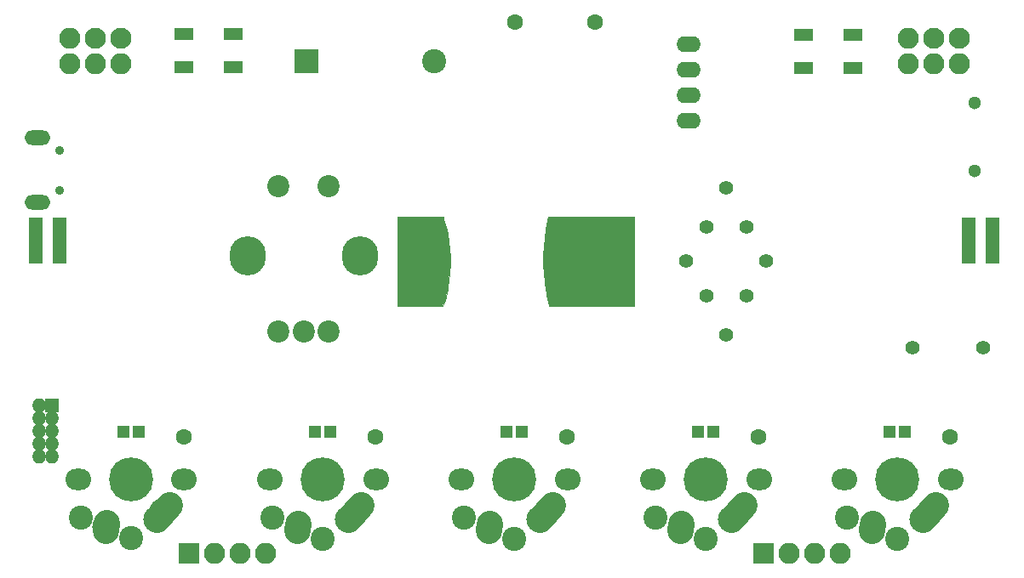
<source format=gts>
G04 #@! TF.GenerationSoftware,KiCad,Pcbnew,(5.1.0)-1*
G04 #@! TF.CreationDate,2019-05-14T00:20:19-06:00*
G04 #@! TF.ProjectId,laser-theremin,6c617365-722d-4746-9865-72656d696e2e,rev?*
G04 #@! TF.SameCoordinates,Original*
G04 #@! TF.FileFunction,Soldermask,Top*
G04 #@! TF.FilePolarity,Negative*
%FSLAX46Y46*%
G04 Gerber Fmt 4.6, Leading zero omitted, Abs format (unit mm)*
G04 Created by KiCad (PCBNEW (5.1.0)-1) date 2019-05-14 00:20:19*
%MOMM*%
%LPD*%
G04 APERTURE LIST*
%ADD10C,0.010000*%
%ADD11C,2.650000*%
%ADD12C,2.650000*%
%ADD13O,2.550000X2.150000*%
%ADD14C,1.600000*%
%ADD15C,2.400000*%
%ADD16C,4.387800*%
%ADD17R,2.400000X2.400000*%
%ADD18C,2.100000*%
%ADD19O,2.100000X2.100000*%
%ADD20R,1.400000X1.400000*%
%ADD21O,1.400000X1.400000*%
%ADD22C,1.300000*%
%ADD23R,1.400000X0.950000*%
%ADD24C,1.400000*%
%ADD25C,2.200000*%
%ADD26O,3.600000X3.900000*%
%ADD27O,2.550000X1.450000*%
%ADD28C,0.900000*%
%ADD29R,1.898600X1.299160*%
%ADD30R,1.162000X1.289000*%
%ADD31O,2.400000X1.600000*%
%ADD32R,2.100000X2.100000*%
G04 APERTURE END LIST*
D10*
G36*
X140018595Y-87498031D02*
G01*
X140098501Y-87762614D01*
X140297020Y-88492111D01*
X140456750Y-89235886D01*
X140577447Y-89990711D01*
X140658865Y-90753355D01*
X140700759Y-91520591D01*
X140702883Y-92289188D01*
X140664993Y-93055917D01*
X140586844Y-93817550D01*
X140568482Y-93953864D01*
X140512867Y-94312546D01*
X140444567Y-94687439D01*
X140366104Y-95067078D01*
X140280000Y-95440000D01*
X140188776Y-95794741D01*
X140094953Y-96119838D01*
X140084879Y-96152347D01*
X140008002Y-96398614D01*
X135458625Y-96398614D01*
X135458625Y-87487257D01*
X140018595Y-87498031D01*
X140018595Y-87498031D01*
G37*
X140018595Y-87498031D02*
X140098501Y-87762614D01*
X140297020Y-88492111D01*
X140456750Y-89235886D01*
X140577447Y-89990711D01*
X140658865Y-90753355D01*
X140700759Y-91520591D01*
X140702883Y-92289188D01*
X140664993Y-93055917D01*
X140586844Y-93817550D01*
X140568482Y-93953864D01*
X140512867Y-94312546D01*
X140444567Y-94687439D01*
X140366104Y-95067078D01*
X140280000Y-95440000D01*
X140188776Y-95794741D01*
X140094953Y-96119838D01*
X140084879Y-96152347D01*
X140008002Y-96398614D01*
X135458625Y-96398614D01*
X135458625Y-87487257D01*
X140018595Y-87498031D01*
G36*
X159024644Y-96379375D02*
G01*
X150580776Y-96379375D01*
X150560000Y-96300000D01*
X150485313Y-95998421D01*
X150411182Y-95668318D01*
X150340503Y-95323435D01*
X150276173Y-94977516D01*
X150253004Y-94842761D01*
X150128750Y-93976874D01*
X150045343Y-93106793D01*
X150002728Y-92234868D01*
X150000852Y-91363451D01*
X150039661Y-90494891D01*
X150119100Y-89631541D01*
X150239115Y-88775749D01*
X150399652Y-87929867D01*
X150413720Y-87865083D01*
X150500693Y-87468208D01*
X159024644Y-87468208D01*
X159024644Y-96379375D01*
X159024644Y-96379375D01*
G37*
X159024644Y-96379375D02*
X150580776Y-96379375D01*
X150560000Y-96300000D01*
X150485313Y-95998421D01*
X150411182Y-95668318D01*
X150340503Y-95323435D01*
X150276173Y-94977516D01*
X150253004Y-94842761D01*
X150128750Y-93976874D01*
X150045343Y-93106793D01*
X150002728Y-92234868D01*
X150000852Y-91363451D01*
X150039661Y-90494891D01*
X150119100Y-89631541D01*
X150239115Y-88775749D01*
X150399652Y-87929867D01*
X150413720Y-87865083D01*
X150500693Y-87468208D01*
X159024644Y-87468208D01*
X159024644Y-96379375D01*
D11*
X106480000Y-118390000D03*
D12*
X106505506Y-118015868D02*
X106454494Y-118764132D01*
D13*
X114270000Y-113640000D03*
X103710000Y-113640000D03*
D14*
X114210000Y-109440000D03*
D15*
X108990000Y-119540000D03*
X103990000Y-117440000D03*
D11*
X111490000Y-117640000D03*
D16*
X108990000Y-113640000D03*
D11*
X112145005Y-116910004D03*
D12*
X112800000Y-116180000D02*
X111490010Y-117640008D01*
D11*
X125555000Y-118410000D03*
D12*
X125580506Y-118035868D02*
X125529494Y-118784132D01*
D13*
X133345000Y-113660000D03*
X122785000Y-113660000D03*
D14*
X133285000Y-109460000D03*
D15*
X128065000Y-119560000D03*
X123065000Y-117460000D03*
D11*
X130565000Y-117660000D03*
D16*
X128065000Y-113660000D03*
D11*
X131220005Y-116930004D03*
D12*
X131875000Y-116200000D02*
X130565010Y-117660008D01*
D11*
X144605000Y-118410000D03*
D12*
X144630506Y-118035868D02*
X144579494Y-118784132D01*
D13*
X152395000Y-113660000D03*
X141835000Y-113660000D03*
D14*
X152335000Y-109460000D03*
D15*
X147115000Y-119560000D03*
X142115000Y-117460000D03*
D11*
X149615000Y-117660000D03*
D16*
X147115000Y-113660000D03*
D11*
X150270005Y-116930004D03*
D12*
X150925000Y-116200000D02*
X149615010Y-117660008D01*
D11*
X163655000Y-118410000D03*
D12*
X163680506Y-118035868D02*
X163629494Y-118784132D01*
D13*
X171445000Y-113660000D03*
X160885000Y-113660000D03*
D14*
X171385000Y-109460000D03*
D15*
X166165000Y-119560000D03*
X161165000Y-117460000D03*
D11*
X168665000Y-117660000D03*
D16*
X166165000Y-113660000D03*
D11*
X169320005Y-116930004D03*
D12*
X169975000Y-116200000D02*
X168665010Y-117660008D01*
D11*
X182705000Y-118410000D03*
D12*
X182730506Y-118035868D02*
X182679494Y-118784132D01*
D13*
X190495000Y-113660000D03*
X179935000Y-113660000D03*
D14*
X190435000Y-109460000D03*
D15*
X185215000Y-119560000D03*
X180215000Y-117460000D03*
D11*
X187715000Y-117660000D03*
D16*
X185215000Y-113660000D03*
D11*
X188370005Y-116930004D03*
D12*
X189025000Y-116200000D02*
X187715010Y-117660008D01*
D15*
X139150000Y-72000000D03*
D17*
X126450000Y-72000000D03*
D18*
X191340000Y-69710000D03*
D19*
X191340000Y-72250000D03*
D18*
X188800000Y-69710000D03*
D19*
X188800000Y-72250000D03*
X186260000Y-69710000D03*
X186260000Y-72250000D03*
D18*
X107990000Y-69710000D03*
D19*
X107990000Y-72250000D03*
D18*
X105450000Y-69710000D03*
D19*
X105450000Y-72250000D03*
X102910000Y-69710000D03*
X102910000Y-72250000D03*
D20*
X101120000Y-106290000D03*
D21*
X99850000Y-106290000D03*
X101120000Y-107560000D03*
X99850000Y-107560000D03*
X101120000Y-108830000D03*
X99850000Y-108830000D03*
X101120000Y-110100000D03*
X99850000Y-110100000D03*
X101120000Y-111370000D03*
X99850000Y-111370000D03*
D14*
X155130000Y-68090000D03*
X147150000Y-68090000D03*
D22*
X192860000Y-76170000D03*
X192860000Y-82970000D03*
D23*
X99510000Y-91750000D03*
X99510000Y-91000000D03*
X99510000Y-90250000D03*
X99510000Y-89500000D03*
X99510000Y-88750000D03*
X99510000Y-88000000D03*
X101910000Y-91750000D03*
X101910000Y-89500000D03*
X101910000Y-88750000D03*
X101910000Y-88000000D03*
X101910000Y-90250000D03*
X101910000Y-91000000D03*
X194670000Y-91000000D03*
X194670000Y-90250000D03*
X194670000Y-88000000D03*
X194670000Y-88750000D03*
X194670000Y-89500000D03*
X194670000Y-91750000D03*
X192270000Y-88000000D03*
X192270000Y-88750000D03*
X192270000Y-89500000D03*
X192270000Y-90250000D03*
X192270000Y-91000000D03*
X192270000Y-91750000D03*
D24*
X164190000Y-91950000D03*
X166190000Y-88485898D03*
X170190000Y-88485898D03*
X172190000Y-91950000D03*
X170190000Y-95414102D03*
X166190000Y-95414102D03*
X168190000Y-99250000D03*
X168190000Y-84650000D03*
D25*
X126170000Y-98930000D03*
X128670000Y-84430000D03*
X123670000Y-84430000D03*
X123670000Y-98930000D03*
X128670000Y-98930000D03*
D26*
X131770000Y-91430000D03*
X120570000Y-91430000D03*
D27*
X99650000Y-79645000D03*
D28*
X101850000Y-80870000D03*
X101850000Y-84870000D03*
D27*
X99650000Y-86095000D03*
D29*
X114231440Y-69301540D03*
X114231440Y-72598460D03*
X119128560Y-72598460D03*
X119128560Y-69301540D03*
X180778560Y-69371540D03*
X180778560Y-72668460D03*
X175881440Y-72668460D03*
X175881440Y-69371540D03*
D30*
X109782000Y-108910000D03*
X108258000Y-108910000D03*
X127303000Y-108910000D03*
X128827000Y-108910000D03*
X147877000Y-108910000D03*
X146353000Y-108910000D03*
X165403000Y-108910000D03*
X166927000Y-108910000D03*
X184453000Y-108910000D03*
X185977000Y-108910000D03*
D24*
X186707420Y-100510000D03*
X193707660Y-100510000D03*
D31*
X164430000Y-70340000D03*
X164430000Y-72880000D03*
X164430000Y-75420000D03*
X164430000Y-77960000D03*
D32*
X171880000Y-121070000D03*
D19*
X174420000Y-121070000D03*
X176960000Y-121070000D03*
X179500000Y-121070000D03*
X122380000Y-121070000D03*
X119840000Y-121070000D03*
X117300000Y-121070000D03*
D32*
X114760000Y-121070000D03*
M02*

</source>
